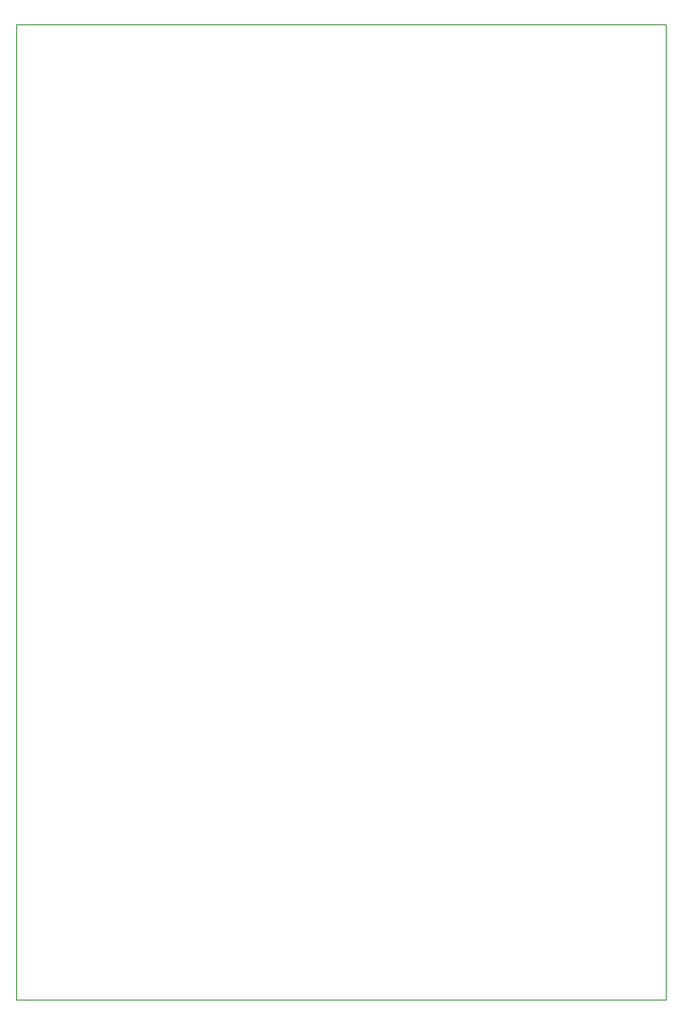
<source format=gbr>
%TF.GenerationSoftware,KiCad,Pcbnew,(5.1.9)-1*%
%TF.CreationDate,2021-04-20T21:27:49-05:00*%
%TF.ProjectId,entrenador pic18f4550,656e7472-656e-4616-946f-722070696331,rev?*%
%TF.SameCoordinates,Original*%
%TF.FileFunction,Profile,NP*%
%FSLAX46Y46*%
G04 Gerber Fmt 4.6, Leading zero omitted, Abs format (unit mm)*
G04 Created by KiCad (PCBNEW (5.1.9)-1) date 2021-04-20 21:27:49*
%MOMM*%
%LPD*%
G01*
G04 APERTURE LIST*
%TA.AperFunction,Profile*%
%ADD10C,0.050000*%
%TD*%
G04 APERTURE END LIST*
D10*
X43180000Y-129540000D02*
X43180000Y-38100000D01*
X104140000Y-129540000D02*
X43180000Y-129540000D01*
X104140000Y-38100000D02*
X104140000Y-129540000D01*
X43180000Y-38100000D02*
X104140000Y-38100000D01*
M02*

</source>
